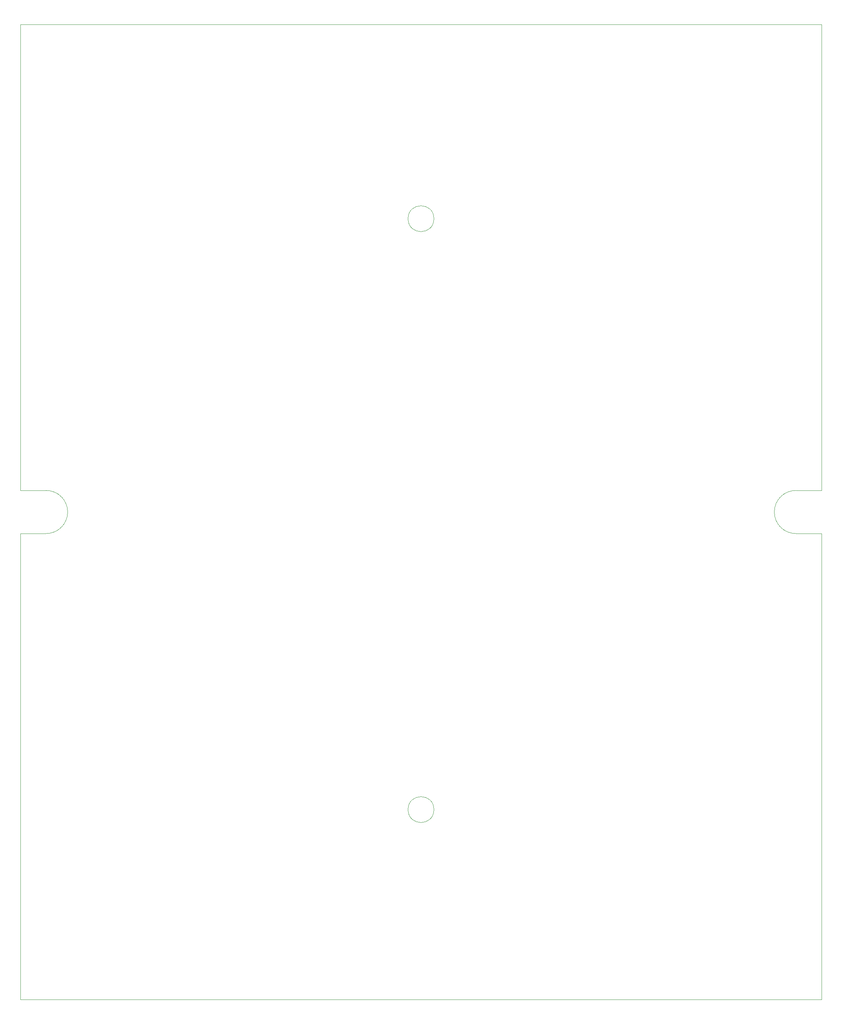
<source format=gbr>
G04 #@! TF.GenerationSoftware,KiCad,Pcbnew,5.99.0-unknown-c5c348538e~120~ubuntu20.04.1*
G04 #@! TF.CreationDate,2021-03-22T19:30:33-05:00*
G04 #@! TF.ProjectId,AP3000,41503330-3030-42e6-9b69-6361645f7063,rev?*
G04 #@! TF.SameCoordinates,Original*
G04 #@! TF.FileFunction,Profile,NP*
%FSLAX46Y46*%
G04 Gerber Fmt 4.6, Leading zero omitted, Abs format (unit mm)*
G04 Created by KiCad (PCBNEW 5.99.0-unknown-c5c348538e~120~ubuntu20.04.1) date 2021-03-22 19:30:33*
%MOMM*%
%LPD*%
G01*
G04 APERTURE LIST*
G04 #@! TA.AperFunction,Profile*
%ADD10C,0.100000*%
G04 #@! TD*
G04 #@! TA.AperFunction,Profile*
%ADD11C,0.001000*%
G04 #@! TD*
G04 APERTURE END LIST*
D10*
X186000000Y0D02*
X186000000Y-108000000D01*
X6000000Y-118000000D02*
X0Y-118000000D01*
X180000000Y-108000000D02*
X186000000Y-108000000D01*
X186000000Y-118000000D02*
X186000000Y-226000000D01*
X0Y-226000000D02*
X0Y-118000000D01*
D11*
X96000000Y-45000000D02*
G75*
G03*
X96000000Y-45000000I-3000000J0D01*
G01*
X96000000Y-181992000D02*
G75*
G03*
X96000000Y-181992000I-3000000J0D01*
G01*
D10*
X6000000Y-108000000D02*
X0Y-108000000D01*
X0Y0D02*
X186000000Y0D01*
X180000000Y-118000000D02*
X186000000Y-118000000D01*
X0Y-108000000D02*
X0Y0D01*
X0Y-226000000D02*
X186000000Y-226000000D01*
X6000000Y-108000000D02*
G75*
G02*
X6000000Y-118000000I0J-5000000D01*
G01*
X180000000Y-118000000D02*
G75*
G02*
X180000000Y-108000000I0J5000000D01*
G01*
M02*

</source>
